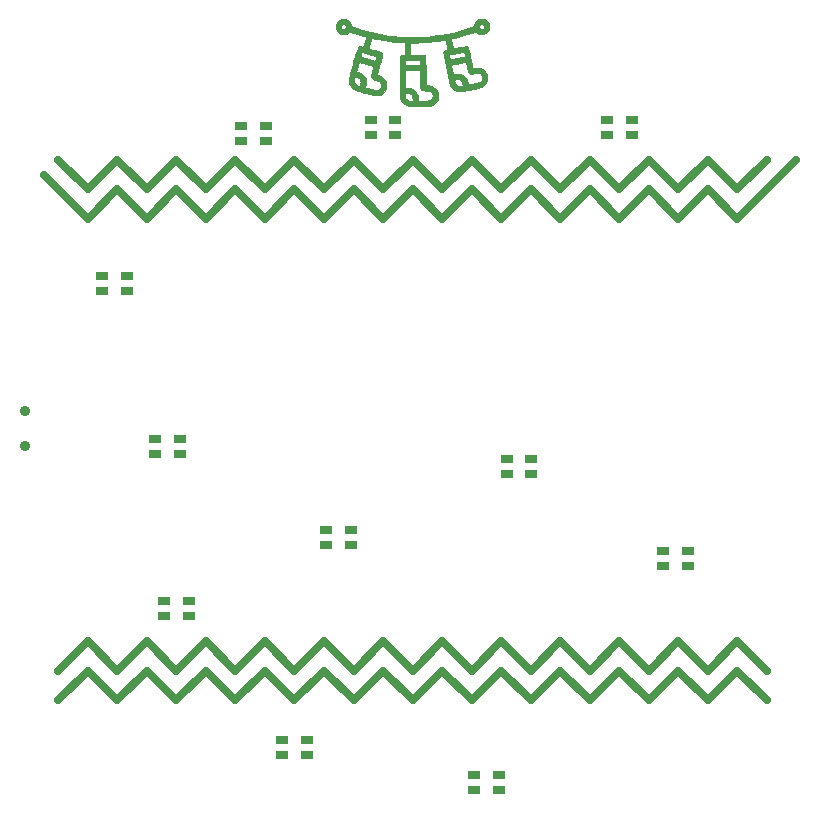
<source format=gbr>
%TF.GenerationSoftware,KiCad,Pcbnew,(5.1.10)-1*%
%TF.CreationDate,2021-10-17T11:10:58+02:00*%
%TF.ProjectId,TVZ_kuglica,54565a5f-6b75-4676-9c69-63612e6b6963,rev?*%
%TF.SameCoordinates,Original*%
%TF.FileFunction,Soldermask,Top*%
%TF.FilePolarity,Negative*%
%FSLAX46Y46*%
G04 Gerber Fmt 4.6, Leading zero omitted, Abs format (unit mm)*
G04 Created by KiCad (PCBNEW (5.1.10)-1) date 2021-10-17 11:10:58*
%MOMM*%
%LPD*%
G01*
G04 APERTURE LIST*
%ADD10C,0.700000*%
%ADD11C,0.010000*%
%ADD12C,0.900000*%
%ADD13R,1.100000X0.750000*%
G04 APERTURE END LIST*
D10*
X109500000Y-79500000D02*
X107000000Y-77000000D01*
X109500000Y-120250000D02*
X112000000Y-122750000D01*
X107000000Y-122750000D02*
X109500000Y-120250000D01*
X109500000Y-117750000D02*
X107000000Y-120250000D01*
X162000000Y-122750000D02*
X164500000Y-120250000D01*
X152000000Y-120250000D02*
X149500000Y-117750000D01*
X157000000Y-120250000D02*
X154500000Y-117750000D01*
X167000000Y-120250000D02*
X164500000Y-117750000D01*
X164500000Y-117750000D02*
X162000000Y-120250000D01*
X112000000Y-122750000D02*
X114500000Y-120250000D01*
X144500000Y-120250000D02*
X147000000Y-122750000D01*
X159500000Y-120250000D02*
X162000000Y-122750000D01*
X142000000Y-120250000D02*
X139500000Y-117750000D01*
X142000000Y-122750000D02*
X144500000Y-120250000D01*
X137000000Y-122750000D02*
X139500000Y-120250000D01*
X119500000Y-117750000D02*
X117000000Y-120250000D01*
X134500000Y-117750000D02*
X132000000Y-120250000D01*
X162000000Y-120250000D02*
X159500000Y-117750000D01*
X159500000Y-117750000D02*
X157000000Y-120250000D01*
X117000000Y-122750000D02*
X119500000Y-120250000D01*
X157000000Y-122750000D02*
X159500000Y-120250000D01*
X129500000Y-120250000D02*
X132000000Y-122750000D01*
X154500000Y-120250000D02*
X157000000Y-122750000D01*
X134500000Y-120250000D02*
X137000000Y-122750000D01*
X124500000Y-120250000D02*
X127000000Y-122750000D01*
X132000000Y-122750000D02*
X134500000Y-120250000D01*
X119500000Y-120250000D02*
X122000000Y-122750000D01*
X147000000Y-120250000D02*
X144500000Y-117750000D01*
X154500000Y-117750000D02*
X152000000Y-120250000D01*
X139500000Y-117750000D02*
X137000000Y-120250000D01*
X129500000Y-117750000D02*
X127000000Y-120250000D01*
X152000000Y-122750000D02*
X154500000Y-120250000D01*
X149500000Y-120250000D02*
X152000000Y-122750000D01*
X117000000Y-120250000D02*
X114500000Y-117750000D01*
X114500000Y-117750000D02*
X112000000Y-120250000D01*
X147000000Y-122750000D02*
X149500000Y-120250000D01*
X114500000Y-120250000D02*
X117000000Y-122750000D01*
X127000000Y-120250000D02*
X124500000Y-117750000D01*
X112000000Y-120250000D02*
X109500000Y-117750000D01*
X122000000Y-120250000D02*
X119500000Y-117750000D01*
X137000000Y-120250000D02*
X134500000Y-117750000D01*
X149500000Y-117750000D02*
X147000000Y-120250000D01*
X124500000Y-117750000D02*
X122000000Y-120250000D01*
X144500000Y-117750000D02*
X142000000Y-120250000D01*
X122000000Y-122750000D02*
X124500000Y-120250000D01*
X132000000Y-120250000D02*
X129500000Y-117750000D01*
X139500000Y-120250000D02*
X142000000Y-122750000D01*
X164500000Y-120250000D02*
X167000000Y-122750000D01*
X127000000Y-122750000D02*
X129500000Y-120250000D01*
X164500000Y-82000000D02*
X169500000Y-77000000D01*
X162000000Y-79500000D02*
X164500000Y-82000000D01*
X159500000Y-82000000D02*
X162000000Y-79500000D01*
X157000000Y-79500000D02*
X159500000Y-82000000D01*
X154500000Y-82000000D02*
X157000000Y-79500000D01*
X152000000Y-79500000D02*
X154500000Y-82000000D01*
X149500000Y-82000000D02*
X152000000Y-79500000D01*
X147000000Y-79500000D02*
X149500000Y-82000000D01*
X144500000Y-82000000D02*
X147000000Y-79500000D01*
X142000000Y-79500000D02*
X144500000Y-82000000D01*
X139500000Y-82000000D02*
X142000000Y-79500000D01*
X137000000Y-79500000D02*
X139500000Y-82000000D01*
X134500000Y-82000000D02*
X137000000Y-79500000D01*
X132000000Y-79500000D02*
X134500000Y-82000000D01*
X129500000Y-82000000D02*
X132000000Y-79500000D01*
X127000000Y-79500000D02*
X129500000Y-82000000D01*
X124500000Y-82000000D02*
X127000000Y-79500000D01*
X122000000Y-79500000D02*
X124500000Y-82000000D01*
X119500000Y-82000000D02*
X122000000Y-79500000D01*
X117000000Y-79500000D02*
X119500000Y-82000000D01*
X114500000Y-82000000D02*
X117000000Y-79500000D01*
X112000000Y-79500000D02*
X114500000Y-82000000D01*
X109500000Y-82000000D02*
X112000000Y-79500000D01*
X105750000Y-78250000D02*
X109500000Y-82000000D01*
X112000000Y-77000000D02*
X109500000Y-79500000D01*
X114500000Y-79500000D02*
X112000000Y-77000000D01*
X117000000Y-77000000D02*
X114500000Y-79500000D01*
X119500000Y-79500000D02*
X117000000Y-77000000D01*
X122000000Y-77000000D02*
X119500000Y-79500000D01*
X124500000Y-79500000D02*
X122000000Y-77000000D01*
X127000000Y-77000000D02*
X124500000Y-79500000D01*
X129500000Y-79500000D02*
X127000000Y-77000000D01*
X132000000Y-77000000D02*
X129500000Y-79500000D01*
X134500000Y-79500000D02*
X132000000Y-77000000D01*
X137000000Y-77000000D02*
X134500000Y-79500000D01*
X139500000Y-79500000D02*
X137000000Y-77000000D01*
X142000000Y-77000000D02*
X139500000Y-79500000D01*
X144500000Y-79500000D02*
X142000000Y-77000000D01*
X147000000Y-77000000D02*
X144500000Y-79500000D01*
X149500000Y-79500000D02*
X147000000Y-77000000D01*
X152000000Y-77000000D02*
X149500000Y-79500000D01*
X154500000Y-79500000D02*
X152000000Y-77000000D01*
X157000000Y-77000000D02*
X154500000Y-79500000D01*
X159500000Y-79500000D02*
X157000000Y-77000000D01*
X162000000Y-77000000D02*
X159500000Y-79500000D01*
X164500000Y-79500000D02*
X162000000Y-77000000D01*
X167000000Y-77000000D02*
X164500000Y-79500000D01*
D11*
%TO.C,G\u002A\u002A\u002A*%
G36*
X143027877Y-65089141D02*
G01*
X143177224Y-65150535D01*
X143301325Y-65244717D01*
X143397404Y-65364669D01*
X143462680Y-65503370D01*
X143494375Y-65653801D01*
X143489712Y-65808940D01*
X143445912Y-65961768D01*
X143360196Y-66105265D01*
X143295075Y-66176812D01*
X143149915Y-66283282D01*
X142989107Y-66344768D01*
X142820816Y-66360786D01*
X142653209Y-66330852D01*
X142494450Y-66254480D01*
X142455291Y-66226699D01*
X142346700Y-66143832D01*
X141902200Y-66288887D01*
X141632701Y-66373920D01*
X141347940Y-66458575D01*
X141062652Y-66538741D01*
X140791572Y-66610310D01*
X140549432Y-66669173D01*
X140492500Y-66682008D01*
X140395750Y-66704830D01*
X140318505Y-66725729D01*
X140274002Y-66741038D01*
X140269168Y-66743859D01*
X140268777Y-66771429D01*
X140276804Y-66838578D01*
X140291404Y-66935136D01*
X140310734Y-67050929D01*
X140332950Y-67175785D01*
X140356208Y-67299532D01*
X140378664Y-67411997D01*
X140398475Y-67503007D01*
X140413796Y-67562390D01*
X140420614Y-67579397D01*
X140446772Y-67577639D01*
X140515376Y-67566839D01*
X140619142Y-67548318D01*
X140750783Y-67523394D01*
X140903015Y-67493389D01*
X140969397Y-67479983D01*
X141167205Y-67440629D01*
X141321789Y-67412560D01*
X141439425Y-67395658D01*
X141526393Y-67389798D01*
X141588968Y-67394860D01*
X141633430Y-67410723D01*
X141666055Y-67437263D01*
X141687820Y-67466055D01*
X141702423Y-67505068D01*
X141725388Y-67587600D01*
X141755227Y-67707333D01*
X141790448Y-67857950D01*
X141829564Y-68033135D01*
X141871083Y-68226569D01*
X141900490Y-68368034D01*
X141941790Y-68567764D01*
X141980395Y-68751384D01*
X142015022Y-68913023D01*
X142044388Y-69046810D01*
X142067208Y-69146877D01*
X142082199Y-69207352D01*
X142087490Y-69223156D01*
X142117973Y-69226449D01*
X142184382Y-69221345D01*
X142272740Y-69208954D01*
X142278691Y-69207960D01*
X142493389Y-69194988D01*
X142695605Y-69228034D01*
X142879650Y-69304205D01*
X143039833Y-69420604D01*
X143170465Y-69574338D01*
X143238360Y-69696214D01*
X143278435Y-69793013D01*
X143300850Y-69879545D01*
X143310277Y-69978911D01*
X143311650Y-70058634D01*
X143309053Y-70171833D01*
X143297581Y-70256926D01*
X143272206Y-70336463D01*
X143228416Y-70431947D01*
X143118164Y-70605765D01*
X142978138Y-70744275D01*
X142814535Y-70841605D01*
X142782236Y-70854608D01*
X142707797Y-70877710D01*
X142592792Y-70907436D01*
X142445236Y-70942186D01*
X142273143Y-70980362D01*
X142084527Y-71020366D01*
X141887403Y-71060598D01*
X141689785Y-71099460D01*
X141499687Y-71135354D01*
X141325125Y-71166680D01*
X141174112Y-71191839D01*
X141054663Y-71209234D01*
X140974792Y-71217265D01*
X140962400Y-71217622D01*
X140772053Y-71195143D01*
X140591780Y-71130552D01*
X140429813Y-71029868D01*
X140294380Y-70899115D01*
X140193711Y-70744311D01*
X140147379Y-70621352D01*
X140137142Y-70577443D01*
X140117844Y-70488857D01*
X140090552Y-70360695D01*
X140067600Y-70251606D01*
X140516787Y-70251606D01*
X140517691Y-70297040D01*
X140536053Y-70374266D01*
X140557493Y-70454834D01*
X140617262Y-70587032D01*
X140717301Y-70697041D01*
X140769647Y-70733969D01*
X140860321Y-70766744D01*
X140981695Y-70779146D01*
X141117507Y-70770178D01*
X141178300Y-70759060D01*
X141229590Y-70741738D01*
X141248460Y-70709209D01*
X141248125Y-70654115D01*
X141215894Y-70486727D01*
X141147805Y-70354426D01*
X141046751Y-70259447D01*
X140915620Y-70204023D01*
X140757305Y-70190390D01*
X140662090Y-70201093D01*
X140584659Y-70214130D01*
X140537667Y-70227469D01*
X140516787Y-70251606D01*
X140067600Y-70251606D01*
X140056333Y-70198057D01*
X140016256Y-70006047D01*
X139971387Y-69789766D01*
X139922794Y-69554315D01*
X139871544Y-69304797D01*
X139854893Y-69223478D01*
X139802003Y-68964227D01*
X140259470Y-68964227D01*
X140262219Y-68988496D01*
X140274048Y-69052273D01*
X140292793Y-69145526D01*
X140316292Y-69258222D01*
X140342382Y-69380328D01*
X140368901Y-69501813D01*
X140393685Y-69612644D01*
X140414572Y-69702789D01*
X140429399Y-69762214D01*
X140435548Y-69781015D01*
X140464637Y-69782462D01*
X140527377Y-69774052D01*
X140582351Y-69763423D01*
X140797513Y-69741029D01*
X141001139Y-69765649D01*
X141188208Y-69833914D01*
X141353699Y-69942456D01*
X141492592Y-70087907D01*
X141599866Y-70266900D01*
X141670500Y-70476068D01*
X141674887Y-70496250D01*
X141699556Y-70583013D01*
X141727479Y-70625863D01*
X141738622Y-70629600D01*
X141774517Y-70624593D01*
X141851056Y-70610734D01*
X141959202Y-70589763D01*
X142089914Y-70563423D01*
X142194687Y-70541742D01*
X142339705Y-70509847D01*
X142471838Y-70477887D01*
X142581033Y-70448516D01*
X142657241Y-70424384D01*
X142685077Y-70412331D01*
X142787112Y-70324560D01*
X142853775Y-70209429D01*
X142881674Y-70079048D01*
X142867413Y-69945527D01*
X142837283Y-69869086D01*
X142764154Y-69761285D01*
X142672425Y-69688972D01*
X142556433Y-69650427D01*
X142410512Y-69643930D01*
X142228998Y-69667759D01*
X142196117Y-69674304D01*
X142052366Y-69702350D01*
X141940172Y-69716514D01*
X141854054Y-69711936D01*
X141788529Y-69683760D01*
X141738115Y-69627127D01*
X141697329Y-69537180D01*
X141660688Y-69409063D01*
X141622711Y-69237916D01*
X141604686Y-69150281D01*
X141514306Y-68707124D01*
X140889103Y-68834642D01*
X140718296Y-68869525D01*
X140564928Y-68900931D01*
X140435710Y-68927479D01*
X140337352Y-68947789D01*
X140276567Y-68960478D01*
X140259470Y-68964227D01*
X139802003Y-68964227D01*
X139795371Y-68931719D01*
X139745618Y-68685579D01*
X139704932Y-68480965D01*
X139672613Y-68313785D01*
X139647959Y-68179948D01*
X139641937Y-68144347D01*
X140089517Y-68144347D01*
X140095955Y-68208828D01*
X140110621Y-68291817D01*
X140130328Y-68378898D01*
X140151891Y-68455656D01*
X140172126Y-68507674D01*
X140184859Y-68521801D01*
X140216841Y-68517051D01*
X140291262Y-68503503D01*
X140400797Y-68482570D01*
X140538121Y-68455665D01*
X140695910Y-68424200D01*
X140797300Y-68403730D01*
X140963507Y-68369415D01*
X141113182Y-68337351D01*
X141239088Y-68309184D01*
X141333986Y-68286559D01*
X141390639Y-68271122D01*
X141403277Y-68265981D01*
X141409650Y-68233126D01*
X141405986Y-68166643D01*
X141394879Y-68082113D01*
X141378923Y-67995111D01*
X141360714Y-67921216D01*
X141342848Y-67876006D01*
X141337301Y-67869930D01*
X141307701Y-67871135D01*
X141236770Y-67881259D01*
X141132872Y-67898669D01*
X141004368Y-67921731D01*
X140859620Y-67948810D01*
X140706990Y-67978272D01*
X140554840Y-68008484D01*
X140411531Y-68037812D01*
X140285426Y-68064621D01*
X140184886Y-68087278D01*
X140118274Y-68104148D01*
X140094489Y-68112790D01*
X140089517Y-68144347D01*
X139641937Y-68144347D01*
X139630268Y-68075363D01*
X139618841Y-67995937D01*
X139612974Y-67937579D01*
X139611968Y-67896198D01*
X139615121Y-67867702D01*
X139619863Y-67852154D01*
X139669646Y-67787701D01*
X139750111Y-67736211D01*
X139841154Y-67709586D01*
X139863034Y-67708211D01*
X139907044Y-67705260D01*
X139936862Y-67692735D01*
X139953023Y-67663807D01*
X139956065Y-67611647D01*
X139946526Y-67529423D01*
X139924941Y-67410306D01*
X139897218Y-67273463D01*
X139869015Y-67137728D01*
X139843936Y-67018855D01*
X139823957Y-66926076D01*
X139811056Y-66868619D01*
X139807643Y-66855261D01*
X139783686Y-66845000D01*
X139719765Y-66846005D01*
X139612377Y-66858498D01*
X139510548Y-66874022D01*
X139142514Y-66928062D01*
X138752591Y-66975341D01*
X138354618Y-67014661D01*
X137962439Y-67044826D01*
X137589894Y-67064638D01*
X137250825Y-67072900D01*
X137209550Y-67073064D01*
X136796800Y-67073600D01*
X136796800Y-68089600D01*
X137326409Y-68089599D01*
X137518232Y-68091027D01*
X137681856Y-68095123D01*
X137811242Y-68101609D01*
X137900354Y-68110207D01*
X137936781Y-68117753D01*
X137971167Y-68130314D01*
X138000065Y-68144817D01*
X138023954Y-68165491D01*
X138043309Y-68196564D01*
X138058608Y-68242263D01*
X138070328Y-68306818D01*
X138078945Y-68394455D01*
X138084937Y-68509404D01*
X138088780Y-68655893D01*
X138090952Y-68838149D01*
X138091930Y-69060401D01*
X138092190Y-69326877D01*
X138092200Y-69495511D01*
X138092200Y-70700745D01*
X138314450Y-70709622D01*
X138521754Y-70735850D01*
X138698669Y-70798934D01*
X138853189Y-70902458D01*
X138944267Y-70991863D01*
X139057734Y-71147337D01*
X139126926Y-71315796D01*
X139154890Y-71506166D01*
X139154584Y-71607500D01*
X139123595Y-71818762D01*
X139050212Y-72002057D01*
X138934544Y-72157214D01*
X138776699Y-72284066D01*
X138682284Y-72336683D01*
X138512500Y-72420300D01*
X137572100Y-72425401D01*
X137308681Y-72426383D01*
X137091585Y-72426121D01*
X136916347Y-72424495D01*
X136778504Y-72421383D01*
X136673590Y-72416662D01*
X136597142Y-72410212D01*
X136544695Y-72401910D01*
X136525634Y-72396887D01*
X136340823Y-72312271D01*
X136180786Y-72185342D01*
X136050403Y-72020526D01*
X135991677Y-71912300D01*
X135920500Y-71759900D01*
X135919180Y-71450272D01*
X136340562Y-71450272D01*
X136348284Y-71557947D01*
X136351459Y-71584169D01*
X136392573Y-71736619D01*
X136471920Y-71856998D01*
X136586331Y-71942669D01*
X136732637Y-71990998D01*
X136852981Y-72001200D01*
X137000000Y-72001200D01*
X137000000Y-71854181D01*
X136979523Y-71687334D01*
X136919851Y-71550151D01*
X136823617Y-71445802D01*
X136693458Y-71377457D01*
X136582969Y-71352659D01*
X136466538Y-71341934D01*
X136392271Y-71349682D01*
X136352751Y-71383322D01*
X136340562Y-71450272D01*
X135919180Y-71450272D01*
X135913138Y-70034052D01*
X135911822Y-69672428D01*
X135911301Y-69410400D01*
X136365000Y-69410400D01*
X136365000Y-70901839D01*
X136578500Y-70915159D01*
X136784116Y-70944176D01*
X136957543Y-71005893D01*
X137108580Y-71104421D01*
X137175404Y-71165395D01*
X137292961Y-71307210D01*
X137371463Y-71462802D01*
X137415405Y-71643143D01*
X137427665Y-71781247D01*
X137437025Y-72005794D01*
X137923362Y-71996731D01*
X138100824Y-71992702D01*
X138235081Y-71987656D01*
X138333729Y-71980883D01*
X138404363Y-71971672D01*
X138454578Y-71959314D01*
X138490936Y-71943660D01*
X138596336Y-71861798D01*
X138672249Y-71752948D01*
X138714399Y-71629282D01*
X138718511Y-71502971D01*
X138684243Y-71393406D01*
X138634784Y-71322665D01*
X138566082Y-71250090D01*
X138541369Y-71228854D01*
X138500290Y-71197520D01*
X138462146Y-71175614D01*
X138416558Y-71160982D01*
X138353149Y-71151474D01*
X138261541Y-71144939D01*
X138131355Y-71139223D01*
X138103842Y-71138148D01*
X137984191Y-71134589D01*
X137887437Y-71130888D01*
X137811120Y-71122116D01*
X137752778Y-71103341D01*
X137709949Y-71069633D01*
X137680171Y-71016063D01*
X137660983Y-70937700D01*
X137649922Y-70829614D01*
X137644528Y-70686874D01*
X137642338Y-70504551D01*
X137640891Y-70277714D01*
X137640324Y-70209827D01*
X137632948Y-69410400D01*
X136365000Y-69410400D01*
X135911301Y-69410400D01*
X135911198Y-69358769D01*
X135911302Y-69090247D01*
X135912171Y-68864031D01*
X135912576Y-68818735D01*
X136342773Y-68818735D01*
X136344585Y-68897507D01*
X136349790Y-68942832D01*
X136350477Y-68944910D01*
X136363098Y-68955759D01*
X136395106Y-68963923D01*
X136451836Y-68969629D01*
X136538625Y-68973103D01*
X136660811Y-68974571D01*
X136823729Y-68974260D01*
X137005720Y-68972687D01*
X137647700Y-68965900D01*
X137647700Y-68534100D01*
X136352300Y-68534100D01*
X136344757Y-68722222D01*
X136342773Y-68818735D01*
X135912576Y-68818735D01*
X135913842Y-68677292D01*
X135916352Y-68527200D01*
X135919737Y-68410925D01*
X135924034Y-68325638D01*
X135929281Y-68268508D01*
X135935513Y-68236707D01*
X135936563Y-68233878D01*
X135992680Y-68161679D01*
X136086670Y-68112296D01*
X136208997Y-68090308D01*
X136237184Y-68089600D01*
X136339600Y-68089600D01*
X136339600Y-67075901D01*
X136257050Y-67063133D01*
X136196759Y-67056267D01*
X136100997Y-67048078D01*
X135985028Y-67039792D01*
X135907800Y-67035038D01*
X135485077Y-67002009D01*
X135028907Y-66950256D01*
X134552330Y-66881531D01*
X134068388Y-66797586D01*
X133905275Y-66766045D01*
X133771150Y-66740367D01*
X133655270Y-66719988D01*
X133566427Y-66706313D01*
X133513415Y-66700744D01*
X133502543Y-66701789D01*
X133492124Y-66728424D01*
X133470987Y-66793729D01*
X133441903Y-66888218D01*
X133407642Y-67002406D01*
X133370973Y-67126808D01*
X133334665Y-67251938D01*
X133301489Y-67368311D01*
X133274214Y-67466442D01*
X133255609Y-67536844D01*
X133248445Y-67570032D01*
X133248632Y-67571371D01*
X133273337Y-67579206D01*
X133339776Y-67599049D01*
X133440875Y-67628821D01*
X133569560Y-67666442D01*
X133718759Y-67709835D01*
X133786900Y-67729588D01*
X133970434Y-67783530D01*
X134111098Y-67826986D01*
X134215172Y-67862301D01*
X134288937Y-67891822D01*
X134338676Y-67917894D01*
X134370668Y-67942864D01*
X134377450Y-67950148D01*
X134416989Y-68009727D01*
X134434547Y-68063594D01*
X134434600Y-68065788D01*
X134427686Y-68101290D01*
X134408052Y-68179466D01*
X134377360Y-68294269D01*
X134337272Y-68439651D01*
X134289450Y-68609565D01*
X134235556Y-68797965D01*
X134193300Y-68943811D01*
X134136239Y-69140222D01*
X134083991Y-69321030D01*
X134038198Y-69480477D01*
X134000503Y-69612806D01*
X133972547Y-69712258D01*
X133955973Y-69773074D01*
X133952000Y-69789900D01*
X133974191Y-69806157D01*
X134031852Y-69830598D01*
X134098050Y-69853250D01*
X134230174Y-69898896D01*
X134331194Y-69946531D01*
X134420053Y-70006850D01*
X134511503Y-70086615D01*
X134636807Y-70236412D01*
X134723709Y-70410187D01*
X134770185Y-70598133D01*
X134774212Y-70790440D01*
X134733768Y-70977301D01*
X134708254Y-71040645D01*
X134599189Y-71221951D01*
X134454584Y-71373109D01*
X134289578Y-71482086D01*
X134211351Y-71518780D01*
X134143507Y-71540809D01*
X134068155Y-71551619D01*
X133967402Y-71554656D01*
X133913900Y-71554449D01*
X133847175Y-71552998D01*
X133784014Y-71548852D01*
X133717880Y-71540491D01*
X133642236Y-71526397D01*
X133550543Y-71505049D01*
X133436264Y-71474930D01*
X133292862Y-71434518D01*
X133113798Y-71382297D01*
X132897932Y-71318349D01*
X132701440Y-71258988D01*
X132516213Y-71201263D01*
X132349078Y-71147438D01*
X132206859Y-71099775D01*
X132096382Y-71060537D01*
X132024471Y-71031984D01*
X132005094Y-71022412D01*
X131874452Y-70922681D01*
X131756016Y-70789756D01*
X131664393Y-70641188D01*
X131638984Y-70582536D01*
X131617834Y-70522004D01*
X131602037Y-70462499D01*
X131592386Y-70399780D01*
X131589673Y-70329605D01*
X131594692Y-70247731D01*
X131594989Y-70245581D01*
X132024342Y-70245581D01*
X132038186Y-70394250D01*
X132094002Y-70521100D01*
X132183924Y-70616035D01*
X132242900Y-70651254D01*
X132322188Y-70687127D01*
X132406304Y-70718098D01*
X132479762Y-70738614D01*
X132527077Y-70743118D01*
X132532825Y-70741198D01*
X132548023Y-70713164D01*
X132568095Y-70652797D01*
X132577275Y-70618784D01*
X132602229Y-70443323D01*
X132583709Y-70292030D01*
X132522809Y-70166930D01*
X132420623Y-70070046D01*
X132278244Y-70003400D01*
X132238719Y-69992257D01*
X132156051Y-69974351D01*
X132107515Y-69977915D01*
X132078572Y-70009868D01*
X132054684Y-70077130D01*
X132053735Y-70080295D01*
X132024342Y-70245581D01*
X131594989Y-70245581D01*
X131608235Y-70149917D01*
X131631095Y-70031920D01*
X131664066Y-69889499D01*
X131707940Y-69718412D01*
X131763510Y-69514418D01*
X131763891Y-69513066D01*
X132236704Y-69513066D01*
X132261099Y-69535494D01*
X132323060Y-69556004D01*
X132341514Y-69560758D01*
X132548431Y-69637149D01*
X132727951Y-69755984D01*
X132824031Y-69848630D01*
X132948789Y-70019194D01*
X133024860Y-70204118D01*
X133052286Y-70403581D01*
X133031108Y-70617763D01*
X133016473Y-70680400D01*
X132993429Y-70770436D01*
X132977075Y-70838119D01*
X132970275Y-70871477D01*
X132970369Y-70873039D01*
X132994735Y-70880388D01*
X133059824Y-70899380D01*
X133157525Y-70927665D01*
X133279728Y-70962892D01*
X133380500Y-70991857D01*
X133581194Y-71046882D01*
X133741289Y-71084143D01*
X133867560Y-71104213D01*
X133966784Y-71107661D01*
X134045736Y-71095060D01*
X134111193Y-71066980D01*
X134130058Y-71055050D01*
X134241656Y-70952878D01*
X134309474Y-70831328D01*
X134331088Y-70696945D01*
X134309313Y-70571291D01*
X134273145Y-70487206D01*
X134221436Y-70418847D01*
X134146724Y-70361322D01*
X134041549Y-70309743D01*
X133898452Y-70259218D01*
X133779613Y-70224076D01*
X133628942Y-70170112D01*
X133521146Y-70106007D01*
X133459011Y-70033841D01*
X133444036Y-69973601D01*
X133450778Y-69936179D01*
X133469453Y-69858800D01*
X133497773Y-69750277D01*
X133533448Y-69619422D01*
X133567182Y-69499540D01*
X133690293Y-69067980D01*
X133083836Y-68892767D01*
X132916858Y-68845161D01*
X132766447Y-68803497D01*
X132639325Y-68769536D01*
X132542215Y-68745042D01*
X132481839Y-68731778D01*
X132464559Y-68730374D01*
X132453312Y-68758184D01*
X132431236Y-68825734D01*
X132401191Y-68923845D01*
X132366036Y-69043336D01*
X132353600Y-69086599D01*
X132316739Y-69215197D01*
X132283777Y-69329481D01*
X132257761Y-69418935D01*
X132241740Y-69473040D01*
X132239432Y-69480510D01*
X132236704Y-69513066D01*
X131763891Y-69513066D01*
X131831569Y-69273273D01*
X131912911Y-68990736D01*
X131979155Y-68762700D01*
X132065674Y-68465673D01*
X132120576Y-68278375D01*
X132585182Y-68278375D01*
X132585665Y-68281054D01*
X132610084Y-68289166D01*
X132675360Y-68309246D01*
X132773608Y-68338953D01*
X132896943Y-68375944D01*
X133037478Y-68417876D01*
X133187328Y-68462409D01*
X133338609Y-68507200D01*
X133483434Y-68549907D01*
X133613917Y-68588188D01*
X133722174Y-68619700D01*
X133800319Y-68642103D01*
X133817574Y-68646937D01*
X133826795Y-68625336D01*
X133846191Y-68567036D01*
X133871764Y-68484119D01*
X133874724Y-68474211D01*
X133900559Y-68382428D01*
X133919141Y-68306806D01*
X133926588Y-68263197D01*
X133926600Y-68262367D01*
X133910829Y-68244814D01*
X133861286Y-68220412D01*
X133774621Y-68187968D01*
X133647486Y-68146292D01*
X133476533Y-68094194D01*
X133345071Y-68055555D01*
X133180055Y-68007976D01*
X133030218Y-67965572D01*
X132902794Y-67930326D01*
X132805016Y-67904220D01*
X132744117Y-67889236D01*
X132727859Y-67886400D01*
X132701028Y-67910657D01*
X132668392Y-67980171D01*
X132635204Y-68080049D01*
X132609466Y-68171332D01*
X132591797Y-68241477D01*
X132585182Y-68278375D01*
X132120576Y-68278375D01*
X132139511Y-68213779D01*
X132202280Y-68003403D01*
X132255592Y-67830931D01*
X132301060Y-67692746D01*
X132340297Y-67585236D01*
X132374916Y-67504785D01*
X132406529Y-67447779D01*
X132436749Y-67410602D01*
X132467189Y-67389640D01*
X132499461Y-67381278D01*
X132535179Y-67381902D01*
X132575954Y-67387897D01*
X132591338Y-67390531D01*
X132671310Y-67404797D01*
X132730404Y-67412203D01*
X132773996Y-67406727D01*
X132807456Y-67382349D01*
X132836160Y-67333047D01*
X132865479Y-67252800D01*
X132900787Y-67135587D01*
X132940408Y-66999371D01*
X132980105Y-66862513D01*
X133013694Y-66743901D01*
X133038973Y-66651542D01*
X133053741Y-66593442D01*
X133056504Y-66577004D01*
X133031211Y-66568645D01*
X132965633Y-66549084D01*
X132868399Y-66520842D01*
X132748135Y-66486435D01*
X132682000Y-66467689D01*
X132513582Y-66418696D01*
X132325643Y-66361773D01*
X132140876Y-66303910D01*
X131981972Y-66252099D01*
X131978937Y-66251080D01*
X131644175Y-66138549D01*
X131597937Y-66190574D01*
X131508644Y-66261125D01*
X131386482Y-66317466D01*
X131248802Y-66353039D01*
X131143937Y-66362151D01*
X130966452Y-66339096D01*
X130809401Y-66273111D01*
X130678424Y-66169863D01*
X130579164Y-66035020D01*
X130517262Y-65874251D01*
X130500662Y-65734433D01*
X130949435Y-65734433D01*
X130972412Y-65825340D01*
X131027826Y-65887281D01*
X131104301Y-65917001D01*
X131190461Y-65911244D01*
X131274930Y-65866753D01*
X131306396Y-65836599D01*
X131348398Y-65772426D01*
X131352688Y-65705195D01*
X131350544Y-65693172D01*
X131312104Y-65597715D01*
X131249302Y-65537039D01*
X131172984Y-65510029D01*
X131093994Y-65515569D01*
X131023178Y-65552543D01*
X130971381Y-65619836D01*
X130949448Y-65716332D01*
X130949435Y-65734433D01*
X130500662Y-65734433D01*
X130498157Y-65713337D01*
X130520886Y-65536336D01*
X130586567Y-65379460D01*
X130689425Y-65248466D01*
X130823688Y-65149110D01*
X130983579Y-65087149D01*
X131145300Y-65068115D01*
X131326288Y-65091378D01*
X131486061Y-65157975D01*
X131618924Y-65263119D01*
X131719183Y-65402023D01*
X131781141Y-65569900D01*
X131788880Y-65609131D01*
X131806698Y-65714700D01*
X132047499Y-65798703D01*
X132750631Y-66023002D01*
X133477922Y-66213346D01*
X134233962Y-66370738D01*
X135023340Y-66496180D01*
X135526800Y-66557832D01*
X135706677Y-66573422D01*
X135928524Y-66586070D01*
X136183597Y-66595776D01*
X136463151Y-66602541D01*
X136758442Y-66606364D01*
X137060724Y-66607245D01*
X137361254Y-66605185D01*
X137651287Y-66600183D01*
X137922078Y-66592239D01*
X138164882Y-66581353D01*
X138370956Y-66567526D01*
X138473200Y-66557832D01*
X139270745Y-66453901D01*
X140031676Y-66320191D01*
X140761360Y-66155533D01*
X141465161Y-65958755D01*
X141952500Y-65798760D01*
X142193301Y-65714700D01*
X142199112Y-65680266D01*
X142650694Y-65680266D01*
X142652181Y-65770797D01*
X142691838Y-65844117D01*
X142758377Y-65894602D01*
X142840507Y-65916629D01*
X142926938Y-65904574D01*
X143003290Y-65855902D01*
X143040268Y-65788490D01*
X143050280Y-65714700D01*
X143030731Y-65620935D01*
X142979668Y-65555377D01*
X142908463Y-65519004D01*
X142828491Y-65512797D01*
X142751124Y-65537736D01*
X142687737Y-65594801D01*
X142650694Y-65680266D01*
X142199112Y-65680266D01*
X142211119Y-65609131D01*
X142264134Y-65435572D01*
X142356678Y-65290098D01*
X142483203Y-65177366D01*
X142638160Y-65102036D01*
X142816003Y-65068766D01*
X142856062Y-65067557D01*
X143027877Y-65089141D01*
G37*
X143027877Y-65089141D02*
X143177224Y-65150535D01*
X143301325Y-65244717D01*
X143397404Y-65364669D01*
X143462680Y-65503370D01*
X143494375Y-65653801D01*
X143489712Y-65808940D01*
X143445912Y-65961768D01*
X143360196Y-66105265D01*
X143295075Y-66176812D01*
X143149915Y-66283282D01*
X142989107Y-66344768D01*
X142820816Y-66360786D01*
X142653209Y-66330852D01*
X142494450Y-66254480D01*
X142455291Y-66226699D01*
X142346700Y-66143832D01*
X141902200Y-66288887D01*
X141632701Y-66373920D01*
X141347940Y-66458575D01*
X141062652Y-66538741D01*
X140791572Y-66610310D01*
X140549432Y-66669173D01*
X140492500Y-66682008D01*
X140395750Y-66704830D01*
X140318505Y-66725729D01*
X140274002Y-66741038D01*
X140269168Y-66743859D01*
X140268777Y-66771429D01*
X140276804Y-66838578D01*
X140291404Y-66935136D01*
X140310734Y-67050929D01*
X140332950Y-67175785D01*
X140356208Y-67299532D01*
X140378664Y-67411997D01*
X140398475Y-67503007D01*
X140413796Y-67562390D01*
X140420614Y-67579397D01*
X140446772Y-67577639D01*
X140515376Y-67566839D01*
X140619142Y-67548318D01*
X140750783Y-67523394D01*
X140903015Y-67493389D01*
X140969397Y-67479983D01*
X141167205Y-67440629D01*
X141321789Y-67412560D01*
X141439425Y-67395658D01*
X141526393Y-67389798D01*
X141588968Y-67394860D01*
X141633430Y-67410723D01*
X141666055Y-67437263D01*
X141687820Y-67466055D01*
X141702423Y-67505068D01*
X141725388Y-67587600D01*
X141755227Y-67707333D01*
X141790448Y-67857950D01*
X141829564Y-68033135D01*
X141871083Y-68226569D01*
X141900490Y-68368034D01*
X141941790Y-68567764D01*
X141980395Y-68751384D01*
X142015022Y-68913023D01*
X142044388Y-69046810D01*
X142067208Y-69146877D01*
X142082199Y-69207352D01*
X142087490Y-69223156D01*
X142117973Y-69226449D01*
X142184382Y-69221345D01*
X142272740Y-69208954D01*
X142278691Y-69207960D01*
X142493389Y-69194988D01*
X142695605Y-69228034D01*
X142879650Y-69304205D01*
X143039833Y-69420604D01*
X143170465Y-69574338D01*
X143238360Y-69696214D01*
X143278435Y-69793013D01*
X143300850Y-69879545D01*
X143310277Y-69978911D01*
X143311650Y-70058634D01*
X143309053Y-70171833D01*
X143297581Y-70256926D01*
X143272206Y-70336463D01*
X143228416Y-70431947D01*
X143118164Y-70605765D01*
X142978138Y-70744275D01*
X142814535Y-70841605D01*
X142782236Y-70854608D01*
X142707797Y-70877710D01*
X142592792Y-70907436D01*
X142445236Y-70942186D01*
X142273143Y-70980362D01*
X142084527Y-71020366D01*
X141887403Y-71060598D01*
X141689785Y-71099460D01*
X141499687Y-71135354D01*
X141325125Y-71166680D01*
X141174112Y-71191839D01*
X141054663Y-71209234D01*
X140974792Y-71217265D01*
X140962400Y-71217622D01*
X140772053Y-71195143D01*
X140591780Y-71130552D01*
X140429813Y-71029868D01*
X140294380Y-70899115D01*
X140193711Y-70744311D01*
X140147379Y-70621352D01*
X140137142Y-70577443D01*
X140117844Y-70488857D01*
X140090552Y-70360695D01*
X140067600Y-70251606D01*
X140516787Y-70251606D01*
X140517691Y-70297040D01*
X140536053Y-70374266D01*
X140557493Y-70454834D01*
X140617262Y-70587032D01*
X140717301Y-70697041D01*
X140769647Y-70733969D01*
X140860321Y-70766744D01*
X140981695Y-70779146D01*
X141117507Y-70770178D01*
X141178300Y-70759060D01*
X141229590Y-70741738D01*
X141248460Y-70709209D01*
X141248125Y-70654115D01*
X141215894Y-70486727D01*
X141147805Y-70354426D01*
X141046751Y-70259447D01*
X140915620Y-70204023D01*
X140757305Y-70190390D01*
X140662090Y-70201093D01*
X140584659Y-70214130D01*
X140537667Y-70227469D01*
X140516787Y-70251606D01*
X140067600Y-70251606D01*
X140056333Y-70198057D01*
X140016256Y-70006047D01*
X139971387Y-69789766D01*
X139922794Y-69554315D01*
X139871544Y-69304797D01*
X139854893Y-69223478D01*
X139802003Y-68964227D01*
X140259470Y-68964227D01*
X140262219Y-68988496D01*
X140274048Y-69052273D01*
X140292793Y-69145526D01*
X140316292Y-69258222D01*
X140342382Y-69380328D01*
X140368901Y-69501813D01*
X140393685Y-69612644D01*
X140414572Y-69702789D01*
X140429399Y-69762214D01*
X140435548Y-69781015D01*
X140464637Y-69782462D01*
X140527377Y-69774052D01*
X140582351Y-69763423D01*
X140797513Y-69741029D01*
X141001139Y-69765649D01*
X141188208Y-69833914D01*
X141353699Y-69942456D01*
X141492592Y-70087907D01*
X141599866Y-70266900D01*
X141670500Y-70476068D01*
X141674887Y-70496250D01*
X141699556Y-70583013D01*
X141727479Y-70625863D01*
X141738622Y-70629600D01*
X141774517Y-70624593D01*
X141851056Y-70610734D01*
X141959202Y-70589763D01*
X142089914Y-70563423D01*
X142194687Y-70541742D01*
X142339705Y-70509847D01*
X142471838Y-70477887D01*
X142581033Y-70448516D01*
X142657241Y-70424384D01*
X142685077Y-70412331D01*
X142787112Y-70324560D01*
X142853775Y-70209429D01*
X142881674Y-70079048D01*
X142867413Y-69945527D01*
X142837283Y-69869086D01*
X142764154Y-69761285D01*
X142672425Y-69688972D01*
X142556433Y-69650427D01*
X142410512Y-69643930D01*
X142228998Y-69667759D01*
X142196117Y-69674304D01*
X142052366Y-69702350D01*
X141940172Y-69716514D01*
X141854054Y-69711936D01*
X141788529Y-69683760D01*
X141738115Y-69627127D01*
X141697329Y-69537180D01*
X141660688Y-69409063D01*
X141622711Y-69237916D01*
X141604686Y-69150281D01*
X141514306Y-68707124D01*
X140889103Y-68834642D01*
X140718296Y-68869525D01*
X140564928Y-68900931D01*
X140435710Y-68927479D01*
X140337352Y-68947789D01*
X140276567Y-68960478D01*
X140259470Y-68964227D01*
X139802003Y-68964227D01*
X139795371Y-68931719D01*
X139745618Y-68685579D01*
X139704932Y-68480965D01*
X139672613Y-68313785D01*
X139647959Y-68179948D01*
X139641937Y-68144347D01*
X140089517Y-68144347D01*
X140095955Y-68208828D01*
X140110621Y-68291817D01*
X140130328Y-68378898D01*
X140151891Y-68455656D01*
X140172126Y-68507674D01*
X140184859Y-68521801D01*
X140216841Y-68517051D01*
X140291262Y-68503503D01*
X140400797Y-68482570D01*
X140538121Y-68455665D01*
X140695910Y-68424200D01*
X140797300Y-68403730D01*
X140963507Y-68369415D01*
X141113182Y-68337351D01*
X141239088Y-68309184D01*
X141333986Y-68286559D01*
X141390639Y-68271122D01*
X141403277Y-68265981D01*
X141409650Y-68233126D01*
X141405986Y-68166643D01*
X141394879Y-68082113D01*
X141378923Y-67995111D01*
X141360714Y-67921216D01*
X141342848Y-67876006D01*
X141337301Y-67869930D01*
X141307701Y-67871135D01*
X141236770Y-67881259D01*
X141132872Y-67898669D01*
X141004368Y-67921731D01*
X140859620Y-67948810D01*
X140706990Y-67978272D01*
X140554840Y-68008484D01*
X140411531Y-68037812D01*
X140285426Y-68064621D01*
X140184886Y-68087278D01*
X140118274Y-68104148D01*
X140094489Y-68112790D01*
X140089517Y-68144347D01*
X139641937Y-68144347D01*
X139630268Y-68075363D01*
X139618841Y-67995937D01*
X139612974Y-67937579D01*
X139611968Y-67896198D01*
X139615121Y-67867702D01*
X139619863Y-67852154D01*
X139669646Y-67787701D01*
X139750111Y-67736211D01*
X139841154Y-67709586D01*
X139863034Y-67708211D01*
X139907044Y-67705260D01*
X139936862Y-67692735D01*
X139953023Y-67663807D01*
X139956065Y-67611647D01*
X139946526Y-67529423D01*
X139924941Y-67410306D01*
X139897218Y-67273463D01*
X139869015Y-67137728D01*
X139843936Y-67018855D01*
X139823957Y-66926076D01*
X139811056Y-66868619D01*
X139807643Y-66855261D01*
X139783686Y-66845000D01*
X139719765Y-66846005D01*
X139612377Y-66858498D01*
X139510548Y-66874022D01*
X139142514Y-66928062D01*
X138752591Y-66975341D01*
X138354618Y-67014661D01*
X137962439Y-67044826D01*
X137589894Y-67064638D01*
X137250825Y-67072900D01*
X137209550Y-67073064D01*
X136796800Y-67073600D01*
X136796800Y-68089600D01*
X137326409Y-68089599D01*
X137518232Y-68091027D01*
X137681856Y-68095123D01*
X137811242Y-68101609D01*
X137900354Y-68110207D01*
X137936781Y-68117753D01*
X137971167Y-68130314D01*
X138000065Y-68144817D01*
X138023954Y-68165491D01*
X138043309Y-68196564D01*
X138058608Y-68242263D01*
X138070328Y-68306818D01*
X138078945Y-68394455D01*
X138084937Y-68509404D01*
X138088780Y-68655893D01*
X138090952Y-68838149D01*
X138091930Y-69060401D01*
X138092190Y-69326877D01*
X138092200Y-69495511D01*
X138092200Y-70700745D01*
X138314450Y-70709622D01*
X138521754Y-70735850D01*
X138698669Y-70798934D01*
X138853189Y-70902458D01*
X138944267Y-70991863D01*
X139057734Y-71147337D01*
X139126926Y-71315796D01*
X139154890Y-71506166D01*
X139154584Y-71607500D01*
X139123595Y-71818762D01*
X139050212Y-72002057D01*
X138934544Y-72157214D01*
X138776699Y-72284066D01*
X138682284Y-72336683D01*
X138512500Y-72420300D01*
X137572100Y-72425401D01*
X137308681Y-72426383D01*
X137091585Y-72426121D01*
X136916347Y-72424495D01*
X136778504Y-72421383D01*
X136673590Y-72416662D01*
X136597142Y-72410212D01*
X136544695Y-72401910D01*
X136525634Y-72396887D01*
X136340823Y-72312271D01*
X136180786Y-72185342D01*
X136050403Y-72020526D01*
X135991677Y-71912300D01*
X135920500Y-71759900D01*
X135919180Y-71450272D01*
X136340562Y-71450272D01*
X136348284Y-71557947D01*
X136351459Y-71584169D01*
X136392573Y-71736619D01*
X136471920Y-71856998D01*
X136586331Y-71942669D01*
X136732637Y-71990998D01*
X136852981Y-72001200D01*
X137000000Y-72001200D01*
X137000000Y-71854181D01*
X136979523Y-71687334D01*
X136919851Y-71550151D01*
X136823617Y-71445802D01*
X136693458Y-71377457D01*
X136582969Y-71352659D01*
X136466538Y-71341934D01*
X136392271Y-71349682D01*
X136352751Y-71383322D01*
X136340562Y-71450272D01*
X135919180Y-71450272D01*
X135913138Y-70034052D01*
X135911822Y-69672428D01*
X135911301Y-69410400D01*
X136365000Y-69410400D01*
X136365000Y-70901839D01*
X136578500Y-70915159D01*
X136784116Y-70944176D01*
X136957543Y-71005893D01*
X137108580Y-71104421D01*
X137175404Y-71165395D01*
X137292961Y-71307210D01*
X137371463Y-71462802D01*
X137415405Y-71643143D01*
X137427665Y-71781247D01*
X137437025Y-72005794D01*
X137923362Y-71996731D01*
X138100824Y-71992702D01*
X138235081Y-71987656D01*
X138333729Y-71980883D01*
X138404363Y-71971672D01*
X138454578Y-71959314D01*
X138490936Y-71943660D01*
X138596336Y-71861798D01*
X138672249Y-71752948D01*
X138714399Y-71629282D01*
X138718511Y-71502971D01*
X138684243Y-71393406D01*
X138634784Y-71322665D01*
X138566082Y-71250090D01*
X138541369Y-71228854D01*
X138500290Y-71197520D01*
X138462146Y-71175614D01*
X138416558Y-71160982D01*
X138353149Y-71151474D01*
X138261541Y-71144939D01*
X138131355Y-71139223D01*
X138103842Y-71138148D01*
X137984191Y-71134589D01*
X137887437Y-71130888D01*
X137811120Y-71122116D01*
X137752778Y-71103341D01*
X137709949Y-71069633D01*
X137680171Y-71016063D01*
X137660983Y-70937700D01*
X137649922Y-70829614D01*
X137644528Y-70686874D01*
X137642338Y-70504551D01*
X137640891Y-70277714D01*
X137640324Y-70209827D01*
X137632948Y-69410400D01*
X136365000Y-69410400D01*
X135911301Y-69410400D01*
X135911198Y-69358769D01*
X135911302Y-69090247D01*
X135912171Y-68864031D01*
X135912576Y-68818735D01*
X136342773Y-68818735D01*
X136344585Y-68897507D01*
X136349790Y-68942832D01*
X136350477Y-68944910D01*
X136363098Y-68955759D01*
X136395106Y-68963923D01*
X136451836Y-68969629D01*
X136538625Y-68973103D01*
X136660811Y-68974571D01*
X136823729Y-68974260D01*
X137005720Y-68972687D01*
X137647700Y-68965900D01*
X137647700Y-68534100D01*
X136352300Y-68534100D01*
X136344757Y-68722222D01*
X136342773Y-68818735D01*
X135912576Y-68818735D01*
X135913842Y-68677292D01*
X135916352Y-68527200D01*
X135919737Y-68410925D01*
X135924034Y-68325638D01*
X135929281Y-68268508D01*
X135935513Y-68236707D01*
X135936563Y-68233878D01*
X135992680Y-68161679D01*
X136086670Y-68112296D01*
X136208997Y-68090308D01*
X136237184Y-68089600D01*
X136339600Y-68089600D01*
X136339600Y-67075901D01*
X136257050Y-67063133D01*
X136196759Y-67056267D01*
X136100997Y-67048078D01*
X135985028Y-67039792D01*
X135907800Y-67035038D01*
X135485077Y-67002009D01*
X135028907Y-66950256D01*
X134552330Y-66881531D01*
X134068388Y-66797586D01*
X133905275Y-66766045D01*
X133771150Y-66740367D01*
X133655270Y-66719988D01*
X133566427Y-66706313D01*
X133513415Y-66700744D01*
X133502543Y-66701789D01*
X133492124Y-66728424D01*
X133470987Y-66793729D01*
X133441903Y-66888218D01*
X133407642Y-67002406D01*
X133370973Y-67126808D01*
X133334665Y-67251938D01*
X133301489Y-67368311D01*
X133274214Y-67466442D01*
X133255609Y-67536844D01*
X133248445Y-67570032D01*
X133248632Y-67571371D01*
X133273337Y-67579206D01*
X133339776Y-67599049D01*
X133440875Y-67628821D01*
X133569560Y-67666442D01*
X133718759Y-67709835D01*
X133786900Y-67729588D01*
X133970434Y-67783530D01*
X134111098Y-67826986D01*
X134215172Y-67862301D01*
X134288937Y-67891822D01*
X134338676Y-67917894D01*
X134370668Y-67942864D01*
X134377450Y-67950148D01*
X134416989Y-68009727D01*
X134434547Y-68063594D01*
X134434600Y-68065788D01*
X134427686Y-68101290D01*
X134408052Y-68179466D01*
X134377360Y-68294269D01*
X134337272Y-68439651D01*
X134289450Y-68609565D01*
X134235556Y-68797965D01*
X134193300Y-68943811D01*
X134136239Y-69140222D01*
X134083991Y-69321030D01*
X134038198Y-69480477D01*
X134000503Y-69612806D01*
X133972547Y-69712258D01*
X133955973Y-69773074D01*
X133952000Y-69789900D01*
X133974191Y-69806157D01*
X134031852Y-69830598D01*
X134098050Y-69853250D01*
X134230174Y-69898896D01*
X134331194Y-69946531D01*
X134420053Y-70006850D01*
X134511503Y-70086615D01*
X134636807Y-70236412D01*
X134723709Y-70410187D01*
X134770185Y-70598133D01*
X134774212Y-70790440D01*
X134733768Y-70977301D01*
X134708254Y-71040645D01*
X134599189Y-71221951D01*
X134454584Y-71373109D01*
X134289578Y-71482086D01*
X134211351Y-71518780D01*
X134143507Y-71540809D01*
X134068155Y-71551619D01*
X133967402Y-71554656D01*
X133913900Y-71554449D01*
X133847175Y-71552998D01*
X133784014Y-71548852D01*
X133717880Y-71540491D01*
X133642236Y-71526397D01*
X133550543Y-71505049D01*
X133436264Y-71474930D01*
X133292862Y-71434518D01*
X133113798Y-71382297D01*
X132897932Y-71318349D01*
X132701440Y-71258988D01*
X132516213Y-71201263D01*
X132349078Y-71147438D01*
X132206859Y-71099775D01*
X132096382Y-71060537D01*
X132024471Y-71031984D01*
X132005094Y-71022412D01*
X131874452Y-70922681D01*
X131756016Y-70789756D01*
X131664393Y-70641188D01*
X131638984Y-70582536D01*
X131617834Y-70522004D01*
X131602037Y-70462499D01*
X131592386Y-70399780D01*
X131589673Y-70329605D01*
X131594692Y-70247731D01*
X131594989Y-70245581D01*
X132024342Y-70245581D01*
X132038186Y-70394250D01*
X132094002Y-70521100D01*
X132183924Y-70616035D01*
X132242900Y-70651254D01*
X132322188Y-70687127D01*
X132406304Y-70718098D01*
X132479762Y-70738614D01*
X132527077Y-70743118D01*
X132532825Y-70741198D01*
X132548023Y-70713164D01*
X132568095Y-70652797D01*
X132577275Y-70618784D01*
X132602229Y-70443323D01*
X132583709Y-70292030D01*
X132522809Y-70166930D01*
X132420623Y-70070046D01*
X132278244Y-70003400D01*
X132238719Y-69992257D01*
X132156051Y-69974351D01*
X132107515Y-69977915D01*
X132078572Y-70009868D01*
X132054684Y-70077130D01*
X132053735Y-70080295D01*
X132024342Y-70245581D01*
X131594989Y-70245581D01*
X131608235Y-70149917D01*
X131631095Y-70031920D01*
X131664066Y-69889499D01*
X131707940Y-69718412D01*
X131763510Y-69514418D01*
X131763891Y-69513066D01*
X132236704Y-69513066D01*
X132261099Y-69535494D01*
X132323060Y-69556004D01*
X132341514Y-69560758D01*
X132548431Y-69637149D01*
X132727951Y-69755984D01*
X132824031Y-69848630D01*
X132948789Y-70019194D01*
X133024860Y-70204118D01*
X133052286Y-70403581D01*
X133031108Y-70617763D01*
X133016473Y-70680400D01*
X132993429Y-70770436D01*
X132977075Y-70838119D01*
X132970275Y-70871477D01*
X132970369Y-70873039D01*
X132994735Y-70880388D01*
X133059824Y-70899380D01*
X133157525Y-70927665D01*
X133279728Y-70962892D01*
X133380500Y-70991857D01*
X133581194Y-71046882D01*
X133741289Y-71084143D01*
X133867560Y-71104213D01*
X133966784Y-71107661D01*
X134045736Y-71095060D01*
X134111193Y-71066980D01*
X134130058Y-71055050D01*
X134241656Y-70952878D01*
X134309474Y-70831328D01*
X134331088Y-70696945D01*
X134309313Y-70571291D01*
X134273145Y-70487206D01*
X134221436Y-70418847D01*
X134146724Y-70361322D01*
X134041549Y-70309743D01*
X133898452Y-70259218D01*
X133779613Y-70224076D01*
X133628942Y-70170112D01*
X133521146Y-70106007D01*
X133459011Y-70033841D01*
X133444036Y-69973601D01*
X133450778Y-69936179D01*
X133469453Y-69858800D01*
X133497773Y-69750277D01*
X133533448Y-69619422D01*
X133567182Y-69499540D01*
X133690293Y-69067980D01*
X133083836Y-68892767D01*
X132916858Y-68845161D01*
X132766447Y-68803497D01*
X132639325Y-68769536D01*
X132542215Y-68745042D01*
X132481839Y-68731778D01*
X132464559Y-68730374D01*
X132453312Y-68758184D01*
X132431236Y-68825734D01*
X132401191Y-68923845D01*
X132366036Y-69043336D01*
X132353600Y-69086599D01*
X132316739Y-69215197D01*
X132283777Y-69329481D01*
X132257761Y-69418935D01*
X132241740Y-69473040D01*
X132239432Y-69480510D01*
X132236704Y-69513066D01*
X131763891Y-69513066D01*
X131831569Y-69273273D01*
X131912911Y-68990736D01*
X131979155Y-68762700D01*
X132065674Y-68465673D01*
X132120576Y-68278375D01*
X132585182Y-68278375D01*
X132585665Y-68281054D01*
X132610084Y-68289166D01*
X132675360Y-68309246D01*
X132773608Y-68338953D01*
X132896943Y-68375944D01*
X133037478Y-68417876D01*
X133187328Y-68462409D01*
X133338609Y-68507200D01*
X133483434Y-68549907D01*
X133613917Y-68588188D01*
X133722174Y-68619700D01*
X133800319Y-68642103D01*
X133817574Y-68646937D01*
X133826795Y-68625336D01*
X133846191Y-68567036D01*
X133871764Y-68484119D01*
X133874724Y-68474211D01*
X133900559Y-68382428D01*
X133919141Y-68306806D01*
X133926588Y-68263197D01*
X133926600Y-68262367D01*
X133910829Y-68244814D01*
X133861286Y-68220412D01*
X133774621Y-68187968D01*
X133647486Y-68146292D01*
X133476533Y-68094194D01*
X133345071Y-68055555D01*
X133180055Y-68007976D01*
X133030218Y-67965572D01*
X132902794Y-67930326D01*
X132805016Y-67904220D01*
X132744117Y-67889236D01*
X132727859Y-67886400D01*
X132701028Y-67910657D01*
X132668392Y-67980171D01*
X132635204Y-68080049D01*
X132609466Y-68171332D01*
X132591797Y-68241477D01*
X132585182Y-68278375D01*
X132120576Y-68278375D01*
X132139511Y-68213779D01*
X132202280Y-68003403D01*
X132255592Y-67830931D01*
X132301060Y-67692746D01*
X132340297Y-67585236D01*
X132374916Y-67504785D01*
X132406529Y-67447779D01*
X132436749Y-67410602D01*
X132467189Y-67389640D01*
X132499461Y-67381278D01*
X132535179Y-67381902D01*
X132575954Y-67387897D01*
X132591338Y-67390531D01*
X132671310Y-67404797D01*
X132730404Y-67412203D01*
X132773996Y-67406727D01*
X132807456Y-67382349D01*
X132836160Y-67333047D01*
X132865479Y-67252800D01*
X132900787Y-67135587D01*
X132940408Y-66999371D01*
X132980105Y-66862513D01*
X133013694Y-66743901D01*
X133038973Y-66651542D01*
X133053741Y-66593442D01*
X133056504Y-66577004D01*
X133031211Y-66568645D01*
X132965633Y-66549084D01*
X132868399Y-66520842D01*
X132748135Y-66486435D01*
X132682000Y-66467689D01*
X132513582Y-66418696D01*
X132325643Y-66361773D01*
X132140876Y-66303910D01*
X131981972Y-66252099D01*
X131978937Y-66251080D01*
X131644175Y-66138549D01*
X131597937Y-66190574D01*
X131508644Y-66261125D01*
X131386482Y-66317466D01*
X131248802Y-66353039D01*
X131143937Y-66362151D01*
X130966452Y-66339096D01*
X130809401Y-66273111D01*
X130678424Y-66169863D01*
X130579164Y-66035020D01*
X130517262Y-65874251D01*
X130500662Y-65734433D01*
X130949435Y-65734433D01*
X130972412Y-65825340D01*
X131027826Y-65887281D01*
X131104301Y-65917001D01*
X131190461Y-65911244D01*
X131274930Y-65866753D01*
X131306396Y-65836599D01*
X131348398Y-65772426D01*
X131352688Y-65705195D01*
X131350544Y-65693172D01*
X131312104Y-65597715D01*
X131249302Y-65537039D01*
X131172984Y-65510029D01*
X131093994Y-65515569D01*
X131023178Y-65552543D01*
X130971381Y-65619836D01*
X130949448Y-65716332D01*
X130949435Y-65734433D01*
X130500662Y-65734433D01*
X130498157Y-65713337D01*
X130520886Y-65536336D01*
X130586567Y-65379460D01*
X130689425Y-65248466D01*
X130823688Y-65149110D01*
X130983579Y-65087149D01*
X131145300Y-65068115D01*
X131326288Y-65091378D01*
X131486061Y-65157975D01*
X131618924Y-65263119D01*
X131719183Y-65402023D01*
X131781141Y-65569900D01*
X131788880Y-65609131D01*
X131806698Y-65714700D01*
X132047499Y-65798703D01*
X132750631Y-66023002D01*
X133477922Y-66213346D01*
X134233962Y-66370738D01*
X135023340Y-66496180D01*
X135526800Y-66557832D01*
X135706677Y-66573422D01*
X135928524Y-66586070D01*
X136183597Y-66595776D01*
X136463151Y-66602541D01*
X136758442Y-66606364D01*
X137060724Y-66607245D01*
X137361254Y-66605185D01*
X137651287Y-66600183D01*
X137922078Y-66592239D01*
X138164882Y-66581353D01*
X138370956Y-66567526D01*
X138473200Y-66557832D01*
X139270745Y-66453901D01*
X140031676Y-66320191D01*
X140761360Y-66155533D01*
X141465161Y-65958755D01*
X141952500Y-65798760D01*
X142193301Y-65714700D01*
X142199112Y-65680266D01*
X142650694Y-65680266D01*
X142652181Y-65770797D01*
X142691838Y-65844117D01*
X142758377Y-65894602D01*
X142840507Y-65916629D01*
X142926938Y-65904574D01*
X143003290Y-65855902D01*
X143040268Y-65788490D01*
X143050280Y-65714700D01*
X143030731Y-65620935D01*
X142979668Y-65555377D01*
X142908463Y-65519004D01*
X142828491Y-65512797D01*
X142751124Y-65537736D01*
X142687737Y-65594801D01*
X142650694Y-65680266D01*
X142199112Y-65680266D01*
X142211119Y-65609131D01*
X142264134Y-65435572D01*
X142356678Y-65290098D01*
X142483203Y-65177366D01*
X142638160Y-65102036D01*
X142816003Y-65068766D01*
X142856062Y-65067557D01*
X143027877Y-65089141D01*
%TD*%
D12*
%TO.C,SW1*%
X104170000Y-101250000D03*
X104170000Y-98250000D03*
%TD*%
D13*
%TO.C,D1*%
X110700000Y-86875000D03*
X112800000Y-86875000D03*
X110700000Y-88125000D03*
X112800000Y-88125000D03*
%TD*%
%TO.C,D2*%
X124550000Y-75375000D03*
X122450000Y-75375000D03*
X124550000Y-74125000D03*
X122450000Y-74125000D03*
%TD*%
%TO.C,D3*%
X153450000Y-73625000D03*
X155550000Y-73625000D03*
X153450000Y-74875000D03*
X155550000Y-74875000D03*
%TD*%
%TO.C,D4*%
X131800000Y-109625000D03*
X129700000Y-109625000D03*
X131800000Y-108375000D03*
X129700000Y-108375000D03*
%TD*%
%TO.C,D5*%
X115950000Y-114375000D03*
X118050000Y-114375000D03*
X115950000Y-115625000D03*
X118050000Y-115625000D03*
%TD*%
%TO.C,D6*%
X117300000Y-101875000D03*
X115200000Y-101875000D03*
X117300000Y-100625000D03*
X115200000Y-100625000D03*
%TD*%
%TO.C,D7*%
X142200000Y-129125000D03*
X144300000Y-129125000D03*
X142200000Y-130375000D03*
X144300000Y-130375000D03*
%TD*%
%TO.C,D8*%
X160300000Y-111375000D03*
X158200000Y-111375000D03*
X160300000Y-110125000D03*
X158200000Y-110125000D03*
%TD*%
%TO.C,D9*%
X133450000Y-73625000D03*
X135550000Y-73625000D03*
X133450000Y-74875000D03*
X135550000Y-74875000D03*
%TD*%
%TO.C,D10*%
X147050000Y-103625000D03*
X144950000Y-103625000D03*
X147050000Y-102375000D03*
X144950000Y-102375000D03*
%TD*%
%TO.C,D11*%
X125950000Y-126125000D03*
X128050000Y-126125000D03*
X125950000Y-127375000D03*
X128050000Y-127375000D03*
%TD*%
M02*

</source>
